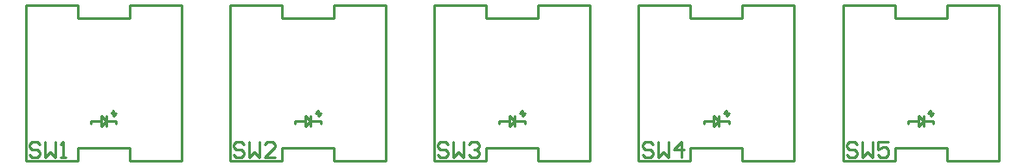
<source format=gto>
G04 Layer_Color=65535*
%FSLAX25Y25*%
%MOIN*%
G70*
G01*
G75*
%ADD19C,0.00984*%
%ADD20C,0.01000*%
D19*
X162402Y-15748D02*
Y-14764D01*
X152559Y-15748D02*
Y-14764D01*
X161417Y-12795D02*
X162402Y-11811D01*
X161417Y-12795D02*
Y-10827D01*
X160433Y-11811D02*
X161417Y-10827D01*
X158465Y-14764D02*
X162402D01*
X156496Y-16732D02*
X158465Y-14764D01*
X156496Y-16732D02*
Y-12795D01*
X158465Y-14764D01*
X152559D02*
X156496D01*
X158465Y-16732D02*
Y-12795D01*
X127480Y-30000D02*
Y30000D01*
Y-30000D02*
X147480D01*
Y-25000D01*
X167480D01*
Y-30000D02*
Y-25000D01*
Y-30000D02*
X187480D01*
Y30000D01*
X167480D02*
X187480D01*
X167480Y25000D02*
Y30000D01*
X147480Y25000D02*
X167480D01*
X147480D02*
Y30000D01*
X127480D02*
X147480D01*
X83661Y-15748D02*
Y-14764D01*
X73819Y-15748D02*
Y-14764D01*
X82677Y-12795D02*
X83661Y-11811D01*
X82677Y-12795D02*
Y-10827D01*
X81693Y-11811D02*
X82677Y-10827D01*
X79724Y-14764D02*
X83661D01*
X77756Y-16732D02*
X79724Y-14764D01*
X77756Y-16732D02*
Y-12795D01*
X79724Y-14764D01*
X73819D02*
X77756D01*
X79724Y-16732D02*
Y-12795D01*
X48740Y-30000D02*
Y30000D01*
Y-30000D02*
X68740D01*
Y-25000D01*
X88740D01*
Y-30000D02*
Y-25000D01*
Y-30000D02*
X108740D01*
Y30000D01*
X88740D02*
X108740D01*
X88740Y25000D02*
Y30000D01*
X68740Y25000D02*
X88740D01*
X68740D02*
Y30000D01*
X48740D02*
X68740D01*
X4921Y-15748D02*
Y-14764D01*
X-4921Y-15748D02*
Y-14764D01*
X3937Y-12795D02*
X4921Y-11811D01*
X3937Y-12795D02*
Y-10827D01*
X2953Y-11811D02*
X3937Y-10827D01*
X984Y-14764D02*
X4921D01*
X-984Y-16732D02*
X984Y-14764D01*
X-984Y-16732D02*
Y-12795D01*
X984Y-14764D01*
X-4921D02*
X-984D01*
X984Y-16732D02*
Y-12795D01*
X-30000Y-30000D02*
Y30000D01*
Y-30000D02*
X-10000D01*
Y-25000D01*
X10000D01*
Y-30000D02*
Y-25000D01*
Y-30000D02*
X30000D01*
Y30000D01*
X10000D02*
X30000D01*
X10000Y25000D02*
Y30000D01*
X-10000Y25000D02*
X10000D01*
X-10000D02*
Y30000D01*
X-30000D02*
X-10000D01*
X-73819Y-15748D02*
Y-14764D01*
X-83661Y-15748D02*
Y-14764D01*
X-74803Y-12795D02*
X-73819Y-11811D01*
X-74803Y-12795D02*
Y-10827D01*
X-75787Y-11811D02*
X-74803Y-10827D01*
X-77756Y-14764D02*
X-73819D01*
X-79724Y-16732D02*
X-77756Y-14764D01*
X-79724Y-16732D02*
Y-12795D01*
X-77756Y-14764D01*
X-83661D02*
X-79724D01*
X-77756Y-16732D02*
Y-12795D01*
X-108740Y-30000D02*
Y30000D01*
Y-30000D02*
X-88740D01*
Y-25000D01*
X-68740D01*
Y-30000D02*
Y-25000D01*
Y-30000D02*
X-48740D01*
Y30000D01*
X-68740D02*
X-48740D01*
X-68740Y25000D02*
Y30000D01*
X-88740Y25000D02*
X-68740D01*
X-88740D02*
Y30000D01*
X-108740D02*
X-88740D01*
X-152559Y-15748D02*
Y-14764D01*
X-162402Y-15748D02*
Y-14764D01*
X-153543Y-12795D02*
X-152559Y-11811D01*
X-153543Y-12795D02*
Y-10827D01*
X-154528Y-11811D02*
X-153543Y-10827D01*
X-156496Y-14764D02*
X-152559D01*
X-158465Y-16732D02*
X-156496Y-14764D01*
X-158465Y-16732D02*
Y-12795D01*
X-156496Y-14764D01*
X-162402D02*
X-158465D01*
X-156496Y-16732D02*
Y-12795D01*
X-187480Y-30000D02*
Y30000D01*
Y-30000D02*
X-167480D01*
Y-25000D01*
X-147480D01*
Y-30000D02*
Y-25000D01*
Y-30000D02*
X-127480D01*
Y30000D01*
X-147480D02*
X-127480D01*
X-147480Y25000D02*
Y30000D01*
X-167480Y25000D02*
X-147480D01*
X-167480D02*
Y30000D01*
X-187480D02*
X-167480D01*
D20*
X132936Y-23545D02*
X131936Y-22545D01*
X129937D01*
X128937Y-23545D01*
Y-24545D01*
X129937Y-25544D01*
X131936D01*
X132936Y-26544D01*
Y-27544D01*
X131936Y-28543D01*
X129937D01*
X128937Y-27544D01*
X134935Y-22545D02*
Y-28543D01*
X136934Y-26544D01*
X138934Y-28543D01*
Y-22545D01*
X144932D02*
X140933D01*
Y-25544D01*
X142932Y-24545D01*
X143932D01*
X144932Y-25544D01*
Y-27544D01*
X143932Y-28543D01*
X141933D01*
X140933Y-27544D01*
X54196Y-23545D02*
X53196Y-22545D01*
X51196D01*
X50197Y-23545D01*
Y-24545D01*
X51196Y-25544D01*
X53196D01*
X54196Y-26544D01*
Y-27544D01*
X53196Y-28543D01*
X51196D01*
X50197Y-27544D01*
X56195Y-22545D02*
Y-28543D01*
X58194Y-26544D01*
X60194Y-28543D01*
Y-22545D01*
X65192Y-28543D02*
Y-22545D01*
X62193Y-25544D01*
X66192D01*
X-24545Y-23545D02*
X-25544Y-22545D01*
X-27544D01*
X-28543Y-23545D01*
Y-24545D01*
X-27544Y-25544D01*
X-25544D01*
X-24545Y-26544D01*
Y-27544D01*
X-25544Y-28543D01*
X-27544D01*
X-28543Y-27544D01*
X-22545Y-22545D02*
Y-28543D01*
X-20546Y-26544D01*
X-18546Y-28543D01*
Y-22545D01*
X-16547Y-23545D02*
X-15548Y-22545D01*
X-13548D01*
X-12549Y-23545D01*
Y-24545D01*
X-13548Y-25544D01*
X-14548D01*
X-13548D01*
X-12549Y-26544D01*
Y-27544D01*
X-13548Y-28543D01*
X-15548D01*
X-16547Y-27544D01*
X-103285Y-23545D02*
X-104284Y-22545D01*
X-106284D01*
X-107283Y-23545D01*
Y-24545D01*
X-106284Y-25544D01*
X-104284D01*
X-103285Y-26544D01*
Y-27544D01*
X-104284Y-28543D01*
X-106284D01*
X-107283Y-27544D01*
X-101285Y-22545D02*
Y-28543D01*
X-99286Y-26544D01*
X-97287Y-28543D01*
Y-22545D01*
X-91289Y-28543D02*
X-95287D01*
X-91289Y-24545D01*
Y-23545D01*
X-92288Y-22545D01*
X-94288D01*
X-95287Y-23545D01*
X-182025D02*
X-183025Y-22545D01*
X-185024D01*
X-186024Y-23545D01*
Y-24545D01*
X-185024Y-25544D01*
X-183025D01*
X-182025Y-26544D01*
Y-27544D01*
X-183025Y-28543D01*
X-185024D01*
X-186024Y-27544D01*
X-180026Y-22545D02*
Y-28543D01*
X-178026Y-26544D01*
X-176027Y-28543D01*
Y-22545D01*
X-174028Y-28543D02*
X-172028D01*
X-173028D01*
Y-22545D01*
X-174028Y-23545D01*
M02*

</source>
